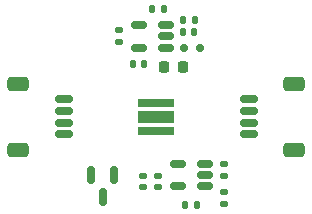
<source format=gtp>
%TF.GenerationSoftware,KiCad,Pcbnew,7.0.8-7.0.8~ubuntu22.04.1*%
%TF.CreationDate,2024-02-05T12:59:12-08:00*%
%TF.ProjectId,278nm_ELUC3535NUB_24mA,3237386e-6d5f-4454-9c55-43333533354e,rev?*%
%TF.SameCoordinates,Original*%
%TF.FileFunction,Paste,Top*%
%TF.FilePolarity,Positive*%
%FSLAX46Y46*%
G04 Gerber Fmt 4.6, Leading zero omitted, Abs format (unit mm)*
G04 Created by KiCad (PCBNEW 7.0.8-7.0.8~ubuntu22.04.1) date 2024-02-05 12:59:12*
%MOMM*%
%LPD*%
G01*
G04 APERTURE LIST*
G04 Aperture macros list*
%AMRoundRect*
0 Rectangle with rounded corners*
0 $1 Rounding radius*
0 $2 $3 $4 $5 $6 $7 $8 $9 X,Y pos of 4 corners*
0 Add a 4 corners polygon primitive as box body*
4,1,4,$2,$3,$4,$5,$6,$7,$8,$9,$2,$3,0*
0 Add four circle primitives for the rounded corners*
1,1,$1+$1,$2,$3*
1,1,$1+$1,$4,$5*
1,1,$1+$1,$6,$7*
1,1,$1+$1,$8,$9*
0 Add four rect primitives between the rounded corners*
20,1,$1+$1,$2,$3,$4,$5,0*
20,1,$1+$1,$4,$5,$6,$7,0*
20,1,$1+$1,$6,$7,$8,$9,0*
20,1,$1+$1,$8,$9,$2,$3,0*%
G04 Aperture macros list end*
%ADD10RoundRect,0.150000X-0.150000X-0.200000X0.150000X-0.200000X0.150000X0.200000X-0.150000X0.200000X0*%
%ADD11R,3.100000X0.660000*%
%ADD12R,3.100000X1.000000*%
%ADD13RoundRect,0.150000X-0.625000X0.150000X-0.625000X-0.150000X0.625000X-0.150000X0.625000X0.150000X0*%
%ADD14RoundRect,0.250000X-0.650000X0.350000X-0.650000X-0.350000X0.650000X-0.350000X0.650000X0.350000X0*%
%ADD15RoundRect,0.150000X0.625000X-0.150000X0.625000X0.150000X-0.625000X0.150000X-0.625000X-0.150000X0*%
%ADD16RoundRect,0.250000X0.650000X-0.350000X0.650000X0.350000X-0.650000X0.350000X-0.650000X-0.350000X0*%
%ADD17RoundRect,0.135000X-0.185000X0.135000X-0.185000X-0.135000X0.185000X-0.135000X0.185000X0.135000X0*%
%ADD18RoundRect,0.135000X0.135000X0.185000X-0.135000X0.185000X-0.135000X-0.185000X0.135000X-0.185000X0*%
%ADD19RoundRect,0.135000X0.185000X-0.135000X0.185000X0.135000X-0.185000X0.135000X-0.185000X-0.135000X0*%
%ADD20RoundRect,0.150000X0.512500X0.150000X-0.512500X0.150000X-0.512500X-0.150000X0.512500X-0.150000X0*%
%ADD21RoundRect,0.140000X0.170000X-0.140000X0.170000X0.140000X-0.170000X0.140000X-0.170000X-0.140000X0*%
%ADD22RoundRect,0.218750X-0.218750X-0.256250X0.218750X-0.256250X0.218750X0.256250X-0.218750X0.256250X0*%
%ADD23RoundRect,0.135000X-0.135000X-0.185000X0.135000X-0.185000X0.135000X0.185000X-0.135000X0.185000X0*%
%ADD24RoundRect,0.140000X0.140000X0.170000X-0.140000X0.170000X-0.140000X-0.170000X0.140000X-0.170000X0*%
%ADD25RoundRect,0.140000X-0.140000X-0.170000X0.140000X-0.170000X0.140000X0.170000X-0.140000X0.170000X0*%
%ADD26RoundRect,0.150000X-0.150000X0.587500X-0.150000X-0.587500X0.150000X-0.587500X0.150000X0.587500X0*%
G04 APERTURE END LIST*
D10*
%TO.C,D2*%
X66450000Y-54150000D03*
X65050000Y-54150000D03*
%TD*%
D11*
%TO.C,D1*%
X62700000Y-58806000D03*
X62700000Y-61194000D03*
D12*
X62700000Y-60000000D03*
%TD*%
D13*
%TO.C,J1*%
X54880000Y-58500000D03*
X54880000Y-59500000D03*
X54880000Y-60500000D03*
X54880000Y-61500000D03*
D14*
X51005000Y-57200000D03*
X51005000Y-62800000D03*
%TD*%
D15*
%TO.C,J2*%
X70520000Y-61500000D03*
X70520000Y-60500000D03*
X70520000Y-59500000D03*
X70520000Y-58500000D03*
D16*
X74395000Y-62800000D03*
X74395000Y-57200000D03*
%TD*%
D17*
%TO.C,R1*%
X68427600Y-63982600D03*
X68427600Y-65002600D03*
%TD*%
D18*
%TO.C,R6*%
X63349600Y-50876200D03*
X62329600Y-50876200D03*
%TD*%
D19*
%TO.C,R4*%
X59563000Y-53674200D03*
X59563000Y-52654200D03*
%TD*%
D20*
%TO.C,U2*%
X66795200Y-65881000D03*
X66795200Y-64931000D03*
X66795200Y-63981000D03*
X64520200Y-63981000D03*
X64520200Y-65881000D03*
%TD*%
D21*
%TO.C,C3*%
X62845200Y-65936000D03*
X62845200Y-64976000D03*
%TD*%
D19*
%TO.C,R3*%
X68427600Y-67360800D03*
X68427600Y-66340800D03*
%TD*%
D22*
%TO.C,L1*%
X63372900Y-55753000D03*
X64947900Y-55753000D03*
%TD*%
D23*
%TO.C,R2*%
X65150200Y-67481000D03*
X66170200Y-67481000D03*
%TD*%
D24*
%TO.C,C1*%
X61671200Y-55499000D03*
X60711200Y-55499000D03*
%TD*%
D21*
%TO.C,C4*%
X61620200Y-65941000D03*
X61620200Y-64981000D03*
%TD*%
D25*
%TO.C,C2*%
X64940000Y-52850000D03*
X65900000Y-52850000D03*
%TD*%
D26*
%TO.C,Q1*%
X59105800Y-64897000D03*
X57205800Y-64897000D03*
X58155800Y-66772000D03*
%TD*%
D18*
%TO.C,R5*%
X65960000Y-51800000D03*
X64940000Y-51800000D03*
%TD*%
D20*
%TO.C,U1*%
X63494000Y-54147800D03*
X63494000Y-53197800D03*
X63494000Y-52247800D03*
X61219000Y-52247800D03*
X61219000Y-54147800D03*
%TD*%
M02*

</source>
